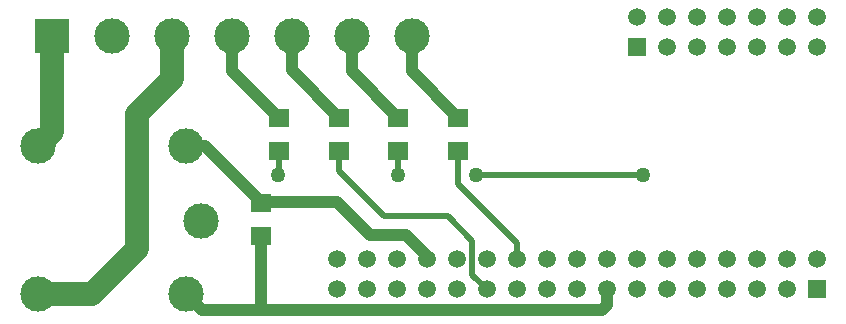
<source format=gtl>
%FSLAX43Y43*%
%MOMM*%
G71*
G01*
G75*
G04 Layer_Physical_Order=1*
%ADD10R,1.800X1.600*%
%ADD11C,1.000*%
%ADD12C,2.000*%
%ADD13C,0.500*%
%ADD14C,3.000*%
%ADD15R,3.000X3.000*%
%ADD16R,1.500X1.500*%
%ADD17C,1.500*%
%ADD18C,1.270*%
D10*
X-30393Y14488D02*
D03*
Y11688D02*
D03*
X-35493Y14488D02*
D03*
Y11688D02*
D03*
X-40493Y14488D02*
D03*
Y11688D02*
D03*
X-45593Y14488D02*
D03*
Y11688D02*
D03*
X-47091Y4495D02*
D03*
Y7295D02*
D03*
D11*
X-34360Y18454D02*
X-30393Y14488D01*
X-34360Y18454D02*
Y21400D01*
X-39440Y18434D02*
X-35493Y14488D01*
X-39440Y18434D02*
Y21400D01*
X-44520Y18514D02*
X-40493Y14488D01*
X-44520Y18514D02*
Y21400D01*
X-49560Y18454D02*
X-45593Y14488D01*
X-49560Y18454D02*
Y21400D01*
X-18200Y-1800D02*
X-17780Y-1380D01*
X-53496Y-392D02*
X-52088Y-1800D01*
X-47100D02*
Y4400D01*
X-17780Y-1380D02*
Y0D01*
X-51808Y12108D02*
X-47200Y7500D01*
X-47100Y7400D01*
X-53496Y12108D02*
X-51808D01*
X-45600Y14494D02*
X-45593Y14488D01*
X-40440Y14540D02*
X-40400Y14500D01*
X-40520Y14620D02*
X-40440Y14540D01*
X-35500Y14494D02*
X-35493Y14488D01*
X-30400Y14500D02*
X-30300Y14600D01*
X-52088Y-1800D02*
X-18200D01*
X-40700Y7400D02*
X-37900Y4600D01*
X-33020Y2540D02*
Y2820D01*
X-47100Y7400D02*
X-40700D01*
X-34800Y4600D02*
X-33020Y2820D01*
X-37900Y4600D02*
X-34800D01*
D12*
X-65996Y12108D02*
X-64800Y13304D01*
Y21400D01*
X-61392Y-392D02*
X-57600Y3400D01*
X-65996Y-392D02*
X-61392D01*
X-57600Y14800D02*
X-54640Y17760D01*
Y21300D01*
X-57600Y3400D02*
Y14800D01*
D13*
X-25400Y2540D02*
Y3900D01*
X-30400Y8900D02*
Y11700D01*
Y8900D02*
X-25400Y3900D01*
X-45700Y9700D02*
X-45593Y9807D01*
X-35500Y9700D02*
X-35493Y9707D01*
X-45593Y9807D02*
Y11688D01*
X-35493Y9707D02*
Y11688D01*
X-28900Y9700D02*
X-14800D01*
X-29200Y1200D02*
Y4100D01*
Y1200D02*
X-28000Y0D01*
X-31304Y6204D02*
X-29200Y4100D01*
X-40493Y9993D02*
X-36704Y6204D01*
X-40493Y9993D02*
Y11688D01*
X-36704Y6204D02*
X-31304D01*
D14*
X-49560Y21400D02*
D03*
X-59720D02*
D03*
X-54640D02*
D03*
X-34360D02*
D03*
X-44520D02*
D03*
X-39440D02*
D03*
X-53496Y12108D02*
D03*
X-52196Y5808D02*
D03*
X-65996Y12108D02*
D03*
Y-392D02*
D03*
X-53496D02*
D03*
D15*
X-64800Y21400D02*
D03*
D16*
X-15300Y20540D02*
D03*
X0Y0D02*
D03*
D17*
X-15300Y23080D02*
D03*
X-12760Y20540D02*
D03*
Y23080D02*
D03*
X-10220Y20540D02*
D03*
X-10220Y23080D02*
D03*
X-7680Y20540D02*
D03*
Y23080D02*
D03*
X-5140Y20540D02*
D03*
Y23080D02*
D03*
X-2600Y20540D02*
D03*
Y23080D02*
D03*
X-60Y20540D02*
D03*
Y23080D02*
D03*
X-40640Y2540D02*
D03*
X-40640Y0D02*
D03*
X-38100Y2540D02*
D03*
Y0D02*
D03*
X-35560Y2540D02*
D03*
Y0D02*
D03*
X-33020Y2540D02*
D03*
Y0D02*
D03*
X-30480Y2540D02*
D03*
Y0D02*
D03*
X-27940Y2540D02*
D03*
X-27940Y0D02*
D03*
X-25400Y2540D02*
D03*
Y0D02*
D03*
X-22860Y2540D02*
D03*
Y0D02*
D03*
X-20320Y2540D02*
D03*
Y0D02*
D03*
X-17780Y2540D02*
D03*
Y0D02*
D03*
X-15240Y2540D02*
D03*
Y0D02*
D03*
X-12700Y2540D02*
D03*
Y0D02*
D03*
X-10160Y2540D02*
D03*
Y0D02*
D03*
X-7620Y2540D02*
D03*
Y0D02*
D03*
X-5080Y2540D02*
D03*
X-5080Y0D02*
D03*
X-2540Y2540D02*
D03*
Y0D02*
D03*
X0Y2540D02*
D03*
D18*
X-14800Y9700D02*
D03*
X-28900D02*
D03*
X-45700D02*
D03*
X-35500D02*
D03*
M02*

</source>
